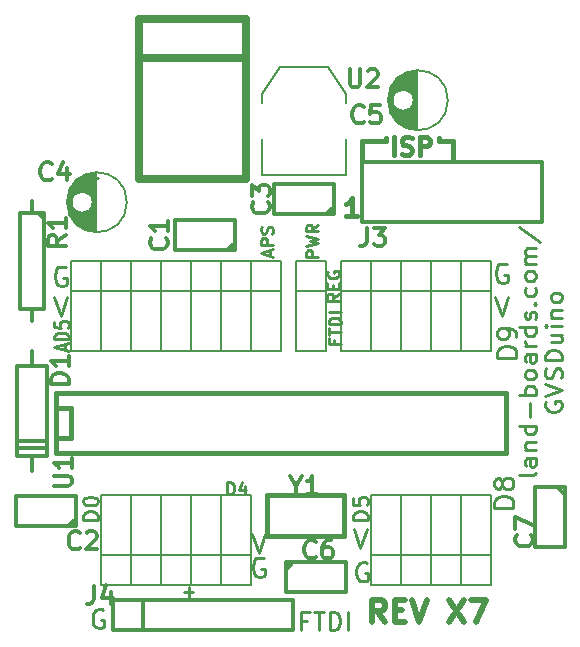
<source format=gto>
G04 #@! TF.FileFunction,Legend,Top*
%FSLAX46Y46*%
G04 Gerber Fmt 4.6, Leading zero omitted, Abs format (unit mm)*
G04 Created by KiCad (PCBNEW (after 2015-mar-04 BZR unknown)-product) date 11/22/2015 8:39:50 PM*
%MOMM*%
G01*
G04 APERTURE LIST*
%ADD10C,0.150000*%
%ADD11C,0.254000*%
%ADD12C,0.381000*%
%ADD13C,0.476250*%
%ADD14C,0.203200*%
%ADD15C,0.304800*%
%ADD16C,0.152400*%
%ADD17C,0.650000*%
G04 APERTURE END LIST*
D10*
D11*
X111157667Y-90121881D02*
X111708000Y-91772881D01*
X112258334Y-90121881D01*
X112140405Y-92232500D02*
X111983167Y-92153881D01*
X111747310Y-92153881D01*
X111511452Y-92232500D01*
X111354214Y-92389738D01*
X111275595Y-92546976D01*
X111196976Y-92861452D01*
X111196976Y-93097310D01*
X111275595Y-93411786D01*
X111354214Y-93569024D01*
X111511452Y-93726262D01*
X111747310Y-93804881D01*
X111904548Y-93804881D01*
X112140405Y-93726262D01*
X112219024Y-93647643D01*
X112219024Y-93097310D01*
X111904548Y-93097310D01*
X94393667Y-70055881D02*
X94944000Y-71706881D01*
X95494334Y-70055881D01*
X95376405Y-67594500D02*
X95219167Y-67515881D01*
X94983310Y-67515881D01*
X94747452Y-67594500D01*
X94590214Y-67751738D01*
X94511595Y-67908976D01*
X94432976Y-68223452D01*
X94432976Y-68459310D01*
X94511595Y-68773786D01*
X94590214Y-68931024D01*
X94747452Y-69088262D01*
X94983310Y-69166881D01*
X95140548Y-69166881D01*
X95376405Y-69088262D01*
X95455024Y-69009643D01*
X95455024Y-68459310D01*
X95140548Y-68459310D01*
X131731667Y-70055881D02*
X132282000Y-71706881D01*
X132832334Y-70055881D01*
X132714405Y-67340500D02*
X132557167Y-67261881D01*
X132321310Y-67261881D01*
X132085452Y-67340500D01*
X131928214Y-67497738D01*
X131849595Y-67654976D01*
X131770976Y-67969452D01*
X131770976Y-68205310D01*
X131849595Y-68519786D01*
X131928214Y-68677024D01*
X132085452Y-68834262D01*
X132321310Y-68912881D01*
X132478548Y-68912881D01*
X132714405Y-68834262D01*
X132793024Y-68755643D01*
X132793024Y-68205310D01*
X132478548Y-68205310D01*
X116748619Y-66721666D02*
X115732619Y-66721666D01*
X115732619Y-66334619D01*
X115781000Y-66237857D01*
X115829381Y-66189476D01*
X115926143Y-66141095D01*
X116071286Y-66141095D01*
X116168048Y-66189476D01*
X116216429Y-66237857D01*
X116264810Y-66334619D01*
X116264810Y-66721666D01*
X115732619Y-65802428D02*
X116748619Y-65560523D01*
X116022905Y-65367000D01*
X116748619Y-65173476D01*
X115732619Y-64931571D01*
X116748619Y-63963952D02*
X116264810Y-64302618D01*
X116748619Y-64544523D02*
X115732619Y-64544523D01*
X115732619Y-64157476D01*
X115781000Y-64060714D01*
X115829381Y-64012333D01*
X115926143Y-63963952D01*
X116071286Y-63963952D01*
X116168048Y-64012333D01*
X116216429Y-64060714D01*
X116264810Y-64157476D01*
X116264810Y-64544523D01*
D12*
X120017429Y-63267429D02*
X119146572Y-63267429D01*
X119582000Y-63267429D02*
X119582000Y-61743429D01*
X119436857Y-61961143D01*
X119291715Y-62106286D01*
X119146572Y-62178857D01*
X122503000Y-56736000D02*
X122503000Y-56672500D01*
X126948000Y-56926500D02*
X126948000Y-56609000D01*
X128154500Y-56926500D02*
X126948000Y-56926500D01*
X128154500Y-58577500D02*
X128154500Y-56926500D01*
X122503000Y-56926500D02*
X122503000Y-56799500D01*
X120471000Y-56926500D02*
X122503000Y-56926500D01*
X120471000Y-58577500D02*
X120471000Y-56926500D01*
D11*
X112639333Y-66605714D02*
X112639333Y-66121905D01*
X112929619Y-66702476D02*
X111913619Y-66363809D01*
X112929619Y-66025143D01*
X112929619Y-65686476D02*
X111913619Y-65686476D01*
X111913619Y-65299429D01*
X111962000Y-65202667D01*
X112010381Y-65154286D01*
X112107143Y-65105905D01*
X112252286Y-65105905D01*
X112349048Y-65154286D01*
X112397429Y-65202667D01*
X112445810Y-65299429D01*
X112445810Y-65686476D01*
X112881238Y-64718857D02*
X112929619Y-64573714D01*
X112929619Y-64331810D01*
X112881238Y-64235048D01*
X112832857Y-64186667D01*
X112736095Y-64138286D01*
X112639333Y-64138286D01*
X112542571Y-64186667D01*
X112494190Y-64235048D01*
X112445810Y-64331810D01*
X112397429Y-64525333D01*
X112349048Y-64622095D01*
X112300667Y-64670476D01*
X112203905Y-64718857D01*
X112107143Y-64718857D01*
X112010381Y-64670476D01*
X111962000Y-64622095D01*
X111913619Y-64525333D01*
X111913619Y-64283429D01*
X111962000Y-64138286D01*
D13*
X122405029Y-97628186D02*
X121770029Y-96721043D01*
X121316457Y-97628186D02*
X121316457Y-95723186D01*
X122042172Y-95723186D01*
X122223600Y-95813900D01*
X122314315Y-95904614D01*
X122405029Y-96086043D01*
X122405029Y-96358186D01*
X122314315Y-96539614D01*
X122223600Y-96630329D01*
X122042172Y-96721043D01*
X121316457Y-96721043D01*
X123221457Y-96630329D02*
X123856457Y-96630329D01*
X124128600Y-97628186D02*
X123221457Y-97628186D01*
X123221457Y-95723186D01*
X124128600Y-95723186D01*
X124672886Y-95723186D02*
X125307886Y-97628186D01*
X125942886Y-95723186D01*
X127847886Y-95723186D02*
X129117886Y-97628186D01*
X129117886Y-95723186D02*
X127847886Y-97628186D01*
X129662172Y-95723186D02*
X130932172Y-95723186D01*
X130115743Y-97628186D01*
D12*
X123174286Y-58060429D02*
X123174286Y-56536429D01*
X123827429Y-57987857D02*
X124045143Y-58060429D01*
X124408000Y-58060429D01*
X124553143Y-57987857D01*
X124625714Y-57915286D01*
X124698286Y-57770143D01*
X124698286Y-57625000D01*
X124625714Y-57479857D01*
X124553143Y-57407286D01*
X124408000Y-57334714D01*
X124117714Y-57262143D01*
X123972572Y-57189571D01*
X123900000Y-57117000D01*
X123827429Y-56971857D01*
X123827429Y-56826714D01*
X123900000Y-56681571D01*
X123972572Y-56609000D01*
X124117714Y-56536429D01*
X124480572Y-56536429D01*
X124698286Y-56609000D01*
X125351429Y-58060429D02*
X125351429Y-56536429D01*
X125932001Y-56536429D01*
X126077143Y-56609000D01*
X126149715Y-56681571D01*
X126222286Y-56826714D01*
X126222286Y-57044429D01*
X126149715Y-57189571D01*
X126077143Y-57262143D01*
X125932001Y-57334714D01*
X125351429Y-57334714D01*
D11*
X97350953Y-59983571D02*
X98125048Y-59983571D01*
X97738000Y-60370619D02*
X97738000Y-59596524D01*
X119749667Y-89695881D02*
X120300000Y-91346881D01*
X120850334Y-89695881D01*
X133282881Y-87926595D02*
X131631881Y-87926595D01*
X131631881Y-87533500D01*
X131710500Y-87297642D01*
X131867738Y-87140404D01*
X132024976Y-87061785D01*
X132339452Y-86983166D01*
X132575310Y-86983166D01*
X132889786Y-87061785D01*
X133047024Y-87140404D01*
X133204262Y-87297642D01*
X133282881Y-87533500D01*
X133282881Y-87926595D01*
X132339452Y-86039738D02*
X132260833Y-86196976D01*
X132182214Y-86275595D01*
X132024976Y-86354214D01*
X131946357Y-86354214D01*
X131789119Y-86275595D01*
X131710500Y-86196976D01*
X131631881Y-86039738D01*
X131631881Y-85725261D01*
X131710500Y-85568023D01*
X131789119Y-85489404D01*
X131946357Y-85410785D01*
X132024976Y-85410785D01*
X132182214Y-85489404D01*
X132260833Y-85568023D01*
X132339452Y-85725261D01*
X132339452Y-86039738D01*
X132418071Y-86196976D01*
X132496690Y-86275595D01*
X132653929Y-86354214D01*
X132968405Y-86354214D01*
X133125643Y-86275595D01*
X133204262Y-86196976D01*
X133282881Y-86039738D01*
X133282881Y-85725261D01*
X133204262Y-85568023D01*
X133125643Y-85489404D01*
X132968405Y-85410785D01*
X132653929Y-85410785D01*
X132496690Y-85489404D01*
X132418071Y-85568023D01*
X132339452Y-85725261D01*
X135174576Y-84966285D02*
X135108052Y-85111427D01*
X134975005Y-85183999D01*
X133777576Y-85183999D01*
X135174576Y-83732570D02*
X134442814Y-83732570D01*
X134309767Y-83805141D01*
X134243243Y-83950284D01*
X134243243Y-84240570D01*
X134309767Y-84385713D01*
X135108052Y-83732570D02*
X135174576Y-83877713D01*
X135174576Y-84240570D01*
X135108052Y-84385713D01*
X134975005Y-84458284D01*
X134841957Y-84458284D01*
X134708910Y-84385713D01*
X134642386Y-84240570D01*
X134642386Y-83877713D01*
X134575862Y-83732570D01*
X134243243Y-83006856D02*
X135174576Y-83006856D01*
X134376290Y-83006856D02*
X134309767Y-82934284D01*
X134243243Y-82789142D01*
X134243243Y-82571427D01*
X134309767Y-82426284D01*
X134442814Y-82353713D01*
X135174576Y-82353713D01*
X135174576Y-80974856D02*
X133777576Y-80974856D01*
X135108052Y-80974856D02*
X135174576Y-81119999D01*
X135174576Y-81410285D01*
X135108052Y-81555427D01*
X135041529Y-81627999D01*
X134908481Y-81700570D01*
X134509338Y-81700570D01*
X134376290Y-81627999D01*
X134309767Y-81555427D01*
X134243243Y-81410285D01*
X134243243Y-81119999D01*
X134309767Y-80974856D01*
X134642386Y-80249142D02*
X134642386Y-79087999D01*
X135174576Y-78362285D02*
X133777576Y-78362285D01*
X134309767Y-78362285D02*
X134243243Y-78217142D01*
X134243243Y-77926856D01*
X134309767Y-77781713D01*
X134376290Y-77709142D01*
X134509338Y-77636571D01*
X134908481Y-77636571D01*
X135041529Y-77709142D01*
X135108052Y-77781713D01*
X135174576Y-77926856D01*
X135174576Y-78217142D01*
X135108052Y-78362285D01*
X135174576Y-76765714D02*
X135108052Y-76910856D01*
X135041529Y-76983428D01*
X134908481Y-77055999D01*
X134509338Y-77055999D01*
X134376290Y-76983428D01*
X134309767Y-76910856D01*
X134243243Y-76765714D01*
X134243243Y-76547999D01*
X134309767Y-76402856D01*
X134376290Y-76330285D01*
X134509338Y-76257714D01*
X134908481Y-76257714D01*
X135041529Y-76330285D01*
X135108052Y-76402856D01*
X135174576Y-76547999D01*
X135174576Y-76765714D01*
X135174576Y-74951428D02*
X134442814Y-74951428D01*
X134309767Y-75023999D01*
X134243243Y-75169142D01*
X134243243Y-75459428D01*
X134309767Y-75604571D01*
X135108052Y-74951428D02*
X135174576Y-75096571D01*
X135174576Y-75459428D01*
X135108052Y-75604571D01*
X134975005Y-75677142D01*
X134841957Y-75677142D01*
X134708910Y-75604571D01*
X134642386Y-75459428D01*
X134642386Y-75096571D01*
X134575862Y-74951428D01*
X135174576Y-74225714D02*
X134243243Y-74225714D01*
X134509338Y-74225714D02*
X134376290Y-74153142D01*
X134309767Y-74080571D01*
X134243243Y-73935428D01*
X134243243Y-73790285D01*
X135174576Y-72629142D02*
X133777576Y-72629142D01*
X135108052Y-72629142D02*
X135174576Y-72774285D01*
X135174576Y-73064571D01*
X135108052Y-73209713D01*
X135041529Y-73282285D01*
X134908481Y-73354856D01*
X134509338Y-73354856D01*
X134376290Y-73282285D01*
X134309767Y-73209713D01*
X134243243Y-73064571D01*
X134243243Y-72774285D01*
X134309767Y-72629142D01*
X135108052Y-71975999D02*
X135174576Y-71830856D01*
X135174576Y-71540571D01*
X135108052Y-71395428D01*
X134975005Y-71322856D01*
X134908481Y-71322856D01*
X134775433Y-71395428D01*
X134708910Y-71540571D01*
X134708910Y-71758285D01*
X134642386Y-71903428D01*
X134509338Y-71975999D01*
X134442814Y-71975999D01*
X134309767Y-71903428D01*
X134243243Y-71758285D01*
X134243243Y-71540571D01*
X134309767Y-71395428D01*
X135041529Y-70669714D02*
X135108052Y-70597142D01*
X135174576Y-70669714D01*
X135108052Y-70742285D01*
X135041529Y-70669714D01*
X135174576Y-70669714D01*
X135108052Y-69290857D02*
X135174576Y-69436000D01*
X135174576Y-69726286D01*
X135108052Y-69871428D01*
X135041529Y-69944000D01*
X134908481Y-70016571D01*
X134509338Y-70016571D01*
X134376290Y-69944000D01*
X134309767Y-69871428D01*
X134243243Y-69726286D01*
X134243243Y-69436000D01*
X134309767Y-69290857D01*
X135174576Y-68420000D02*
X135108052Y-68565142D01*
X135041529Y-68637714D01*
X134908481Y-68710285D01*
X134509338Y-68710285D01*
X134376290Y-68637714D01*
X134309767Y-68565142D01*
X134243243Y-68420000D01*
X134243243Y-68202285D01*
X134309767Y-68057142D01*
X134376290Y-67984571D01*
X134509338Y-67912000D01*
X134908481Y-67912000D01*
X135041529Y-67984571D01*
X135108052Y-68057142D01*
X135174576Y-68202285D01*
X135174576Y-68420000D01*
X135174576Y-67258857D02*
X134243243Y-67258857D01*
X134376290Y-67258857D02*
X134309767Y-67186285D01*
X134243243Y-67041143D01*
X134243243Y-66823428D01*
X134309767Y-66678285D01*
X134442814Y-66605714D01*
X135174576Y-66605714D01*
X134442814Y-66605714D02*
X134309767Y-66533143D01*
X134243243Y-66388000D01*
X134243243Y-66170285D01*
X134309767Y-66025143D01*
X134442814Y-65952571D01*
X135174576Y-65952571D01*
X133711052Y-64138285D02*
X135507195Y-65444571D01*
X136053900Y-78942857D02*
X135987376Y-79088000D01*
X135987376Y-79305714D01*
X136053900Y-79523429D01*
X136186948Y-79668571D01*
X136319995Y-79741143D01*
X136586090Y-79813714D01*
X136785662Y-79813714D01*
X137051757Y-79741143D01*
X137184805Y-79668571D01*
X137317852Y-79523429D01*
X137384376Y-79305714D01*
X137384376Y-79160571D01*
X137317852Y-78942857D01*
X137251329Y-78870286D01*
X136785662Y-78870286D01*
X136785662Y-79160571D01*
X135987376Y-78434857D02*
X137384376Y-77926857D01*
X135987376Y-77418857D01*
X137317852Y-76983428D02*
X137384376Y-76765714D01*
X137384376Y-76402857D01*
X137317852Y-76257714D01*
X137251329Y-76185143D01*
X137118281Y-76112571D01*
X136985233Y-76112571D01*
X136852186Y-76185143D01*
X136785662Y-76257714D01*
X136719138Y-76402857D01*
X136652614Y-76693143D01*
X136586090Y-76838285D01*
X136519567Y-76910857D01*
X136386519Y-76983428D01*
X136253471Y-76983428D01*
X136120424Y-76910857D01*
X136053900Y-76838285D01*
X135987376Y-76693143D01*
X135987376Y-76330285D01*
X136053900Y-76112571D01*
X137384376Y-75459428D02*
X135987376Y-75459428D01*
X135987376Y-75096571D01*
X136053900Y-74878856D01*
X136186948Y-74733714D01*
X136319995Y-74661142D01*
X136586090Y-74588571D01*
X136785662Y-74588571D01*
X137051757Y-74661142D01*
X137184805Y-74733714D01*
X137317852Y-74878856D01*
X137384376Y-75096571D01*
X137384376Y-75459428D01*
X136453043Y-73282285D02*
X137384376Y-73282285D01*
X136453043Y-73935428D02*
X137184805Y-73935428D01*
X137317852Y-73862856D01*
X137384376Y-73717714D01*
X137384376Y-73499999D01*
X137317852Y-73354856D01*
X137251329Y-73282285D01*
X137384376Y-72556571D02*
X136453043Y-72556571D01*
X135987376Y-72556571D02*
X136053900Y-72629142D01*
X136120424Y-72556571D01*
X136053900Y-72483999D01*
X135987376Y-72556571D01*
X136120424Y-72556571D01*
X136453043Y-71830857D02*
X137384376Y-71830857D01*
X136586090Y-71830857D02*
X136519567Y-71758285D01*
X136453043Y-71613143D01*
X136453043Y-71395428D01*
X136519567Y-71250285D01*
X136652614Y-71177714D01*
X137384376Y-71177714D01*
X137384376Y-70234286D02*
X137317852Y-70379428D01*
X137251329Y-70452000D01*
X137118281Y-70524571D01*
X136719138Y-70524571D01*
X136586090Y-70452000D01*
X136519567Y-70379428D01*
X136453043Y-70234286D01*
X136453043Y-70016571D01*
X136519567Y-69871428D01*
X136586090Y-69798857D01*
X136719138Y-69726286D01*
X137118281Y-69726286D01*
X137251329Y-69798857D01*
X137317852Y-69871428D01*
X137384376Y-70016571D01*
X137384376Y-70234286D01*
X118121429Y-73724810D02*
X118121429Y-74063476D01*
X118653619Y-74063476D02*
X117637619Y-74063476D01*
X117637619Y-73579667D01*
X117637619Y-73337762D02*
X117637619Y-72757191D01*
X118653619Y-73047476D02*
X117637619Y-73047476D01*
X118653619Y-72418524D02*
X117637619Y-72418524D01*
X117637619Y-72176619D01*
X117686000Y-72031477D01*
X117782762Y-71934715D01*
X117879524Y-71886334D01*
X118073048Y-71837953D01*
X118218190Y-71837953D01*
X118411714Y-71886334D01*
X118508476Y-71934715D01*
X118605238Y-72031477D01*
X118653619Y-72176619D01*
X118653619Y-72418524D01*
X118653619Y-71402524D02*
X117637619Y-71402524D01*
X118526619Y-69830143D02*
X118042810Y-70168809D01*
X118526619Y-70410714D02*
X117510619Y-70410714D01*
X117510619Y-70023667D01*
X117559000Y-69926905D01*
X117607381Y-69878524D01*
X117704143Y-69830143D01*
X117849286Y-69830143D01*
X117946048Y-69878524D01*
X117994429Y-69926905D01*
X118042810Y-70023667D01*
X118042810Y-70410714D01*
X117994429Y-69394714D02*
X117994429Y-69056048D01*
X118526619Y-68910905D02*
X118526619Y-69394714D01*
X117510619Y-69394714D01*
X117510619Y-68910905D01*
X117559000Y-67943286D02*
X117510619Y-68040048D01*
X117510619Y-68185191D01*
X117559000Y-68330333D01*
X117655762Y-68427095D01*
X117752524Y-68475476D01*
X117946048Y-68523857D01*
X118091190Y-68523857D01*
X118284714Y-68475476D01*
X118381476Y-68427095D01*
X118478238Y-68330333D01*
X118526619Y-68185191D01*
X118526619Y-68088429D01*
X118478238Y-67943286D01*
X118429857Y-67894905D01*
X118091190Y-67894905D01*
X118091190Y-68088429D01*
X109062096Y-86781619D02*
X109062096Y-85765619D01*
X109304001Y-85765619D01*
X109449143Y-85814000D01*
X109545905Y-85910762D01*
X109594286Y-86007524D01*
X109642667Y-86201048D01*
X109642667Y-86346190D01*
X109594286Y-86539714D01*
X109545905Y-86636476D01*
X109449143Y-86733238D01*
X109304001Y-86781619D01*
X109062096Y-86781619D01*
X110513524Y-86104286D02*
X110513524Y-86781619D01*
X110271620Y-85717238D02*
X110029715Y-86442952D01*
X110658667Y-86442952D01*
X98563448Y-96626800D02*
X98411067Y-96550610D01*
X98182495Y-96550610D01*
X97953924Y-96626800D01*
X97801543Y-96779181D01*
X97725352Y-96931562D01*
X97649162Y-97236324D01*
X97649162Y-97464895D01*
X97725352Y-97769657D01*
X97801543Y-97922038D01*
X97953924Y-98074419D01*
X98182495Y-98150610D01*
X98334876Y-98150610D01*
X98563448Y-98074419D01*
X98639638Y-97998229D01*
X98639638Y-97464895D01*
X98334876Y-97464895D01*
X120970524Y-88948381D02*
X119700524Y-88948381D01*
X119700524Y-88646000D01*
X119761000Y-88464572D01*
X119881952Y-88343619D01*
X120002905Y-88283143D01*
X120244810Y-88222667D01*
X120426238Y-88222667D01*
X120668143Y-88283143D01*
X120789095Y-88343619D01*
X120910048Y-88464572D01*
X120970524Y-88646000D01*
X120970524Y-88948381D01*
X119700524Y-87073619D02*
X119700524Y-87678381D01*
X120305286Y-87738857D01*
X120244810Y-87678381D01*
X120184333Y-87557429D01*
X120184333Y-87255048D01*
X120244810Y-87134095D01*
X120305286Y-87073619D01*
X120426238Y-87013143D01*
X120728619Y-87013143D01*
X120849571Y-87073619D01*
X120910048Y-87134095D01*
X120970524Y-87255048D01*
X120970524Y-87557429D01*
X120910048Y-87678381D01*
X120849571Y-87738857D01*
X105412953Y-95072571D02*
X106187048Y-95072571D01*
X105800000Y-95459619D02*
X105800000Y-94685524D01*
X120912405Y-92608500D02*
X120755167Y-92529881D01*
X120519310Y-92529881D01*
X120283452Y-92608500D01*
X120126214Y-92765738D01*
X120047595Y-92922976D01*
X119968976Y-93237452D01*
X119968976Y-93473310D01*
X120047595Y-93787786D01*
X120126214Y-93945024D01*
X120283452Y-94102262D01*
X120519310Y-94180881D01*
X120676548Y-94180881D01*
X120912405Y-94102262D01*
X120991024Y-94023643D01*
X120991024Y-93473310D01*
X120676548Y-93473310D01*
X98110524Y-88948381D02*
X96840524Y-88948381D01*
X96840524Y-88646000D01*
X96901000Y-88464572D01*
X97021952Y-88343619D01*
X97142905Y-88283143D01*
X97384810Y-88222667D01*
X97566238Y-88222667D01*
X97808143Y-88283143D01*
X97929095Y-88343619D01*
X98050048Y-88464572D01*
X98110524Y-88646000D01*
X98110524Y-88948381D01*
X96840524Y-87436476D02*
X96840524Y-87315524D01*
X96901000Y-87194572D01*
X96961476Y-87134095D01*
X97082429Y-87073619D01*
X97324333Y-87013143D01*
X97626714Y-87013143D01*
X97868619Y-87073619D01*
X97989571Y-87134095D01*
X98050048Y-87194572D01*
X98110524Y-87315524D01*
X98110524Y-87436476D01*
X98050048Y-87557429D01*
X97989571Y-87617905D01*
X97868619Y-87678381D01*
X97626714Y-87738857D01*
X97324333Y-87738857D01*
X97082429Y-87678381D01*
X96961476Y-87617905D01*
X96901000Y-87557429D01*
X96840524Y-87436476D01*
X133536881Y-75226595D02*
X131885881Y-75226595D01*
X131885881Y-74833500D01*
X131964500Y-74597642D01*
X132121738Y-74440404D01*
X132278976Y-74361785D01*
X132593452Y-74283166D01*
X132829310Y-74283166D01*
X133143786Y-74361785D01*
X133301024Y-74440404D01*
X133458262Y-74597642D01*
X133536881Y-74833500D01*
X133536881Y-75226595D01*
X133536881Y-73496976D02*
X133536881Y-73182500D01*
X133458262Y-73025261D01*
X133379643Y-72946642D01*
X133143786Y-72789404D01*
X132829310Y-72710785D01*
X132200357Y-72710785D01*
X132043119Y-72789404D01*
X131964500Y-72868023D01*
X131885881Y-73025261D01*
X131885881Y-73339738D01*
X131964500Y-73496976D01*
X132043119Y-73575595D01*
X132200357Y-73654214D01*
X132593452Y-73654214D01*
X132750690Y-73575595D01*
X132829310Y-73496976D01*
X132907929Y-73339738D01*
X132907929Y-73025261D01*
X132829310Y-72868023D01*
X132750690Y-72789404D01*
X132593452Y-72710785D01*
X95291667Y-74601714D02*
X95291667Y-74117905D01*
X95654524Y-74698476D02*
X94384524Y-74359809D01*
X95654524Y-74021143D01*
X95654524Y-73682476D02*
X94384524Y-73682476D01*
X94384524Y-73440571D01*
X94445000Y-73295429D01*
X94565952Y-73198667D01*
X94686905Y-73150286D01*
X94928810Y-73101905D01*
X95110238Y-73101905D01*
X95352143Y-73150286D01*
X95473095Y-73198667D01*
X95594048Y-73295429D01*
X95654524Y-73440571D01*
X95654524Y-73682476D01*
X94384524Y-72182667D02*
X94384524Y-72666476D01*
X94989286Y-72714857D01*
X94928810Y-72666476D01*
X94868333Y-72569714D01*
X94868333Y-72327810D01*
X94928810Y-72231048D01*
X94989286Y-72182667D01*
X95110238Y-72134286D01*
X95412619Y-72134286D01*
X95533571Y-72182667D01*
X95594048Y-72231048D01*
X95654524Y-72327810D01*
X95654524Y-72569714D01*
X95594048Y-72666476D01*
X95533571Y-72714857D01*
X115831715Y-97497457D02*
X115331715Y-97497457D01*
X115331715Y-98283171D02*
X115331715Y-96783171D01*
X116046001Y-96783171D01*
X116403143Y-96783171D02*
X117260286Y-96783171D01*
X116831715Y-98283171D02*
X116831715Y-96783171D01*
X117760286Y-98283171D02*
X117760286Y-96783171D01*
X118117429Y-96783171D01*
X118331714Y-96854600D01*
X118474572Y-96997457D01*
X118546000Y-97140314D01*
X118617429Y-97426029D01*
X118617429Y-97640314D01*
X118546000Y-97926029D01*
X118474572Y-98068886D01*
X118331714Y-98211743D01*
X118117429Y-98283171D01*
X117760286Y-98283171D01*
X119260286Y-98283171D02*
X119260286Y-96783171D01*
D14*
X111962000Y-56736000D02*
X111962000Y-59784000D01*
X111962000Y-59784000D02*
X119074000Y-59784000D01*
X119074000Y-59784000D02*
X119074000Y-56736000D01*
X111962000Y-53688000D02*
X111962000Y-52926000D01*
X111962000Y-52926000D02*
X113486000Y-50640000D01*
X113486000Y-50640000D02*
X117550000Y-50640000D01*
X117550000Y-50640000D02*
X119074000Y-52926000D01*
X119074000Y-52926000D02*
X119074000Y-53688000D01*
D15*
X118007200Y-63086000D02*
X112978000Y-63086000D01*
X112978000Y-63086000D02*
X112978000Y-60546000D01*
X112978000Y-60546000D02*
X118058000Y-60546000D01*
X118058000Y-60546000D02*
X118058000Y-63086000D01*
X118058000Y-62451000D02*
X117423000Y-63086000D01*
X96163200Y-89502000D02*
X91134000Y-89502000D01*
X91134000Y-89502000D02*
X91134000Y-86962000D01*
X91134000Y-86962000D02*
X96214000Y-86962000D01*
X96214000Y-86962000D02*
X96214000Y-89502000D01*
X96214000Y-88867000D02*
X95579000Y-89502000D01*
X109625200Y-66134000D02*
X104596000Y-66134000D01*
X104596000Y-66134000D02*
X104596000Y-63594000D01*
X104596000Y-63594000D02*
X109676000Y-63594000D01*
X109676000Y-63594000D02*
X109676000Y-66134000D01*
X109676000Y-65499000D02*
X109041000Y-66134000D01*
D12*
X94572000Y-78194000D02*
X132672000Y-78194000D01*
X132672000Y-78194000D02*
X132672000Y-83274000D01*
X132672000Y-83274000D02*
X94572000Y-83274000D01*
X94572000Y-83274000D02*
X94572000Y-78194000D01*
X94572000Y-79464000D02*
X95842000Y-79464000D01*
X95842000Y-79464000D02*
X95842000Y-82004000D01*
X95842000Y-82004000D02*
X94572000Y-82004000D01*
D15*
X99380000Y-98270000D02*
X99380000Y-95730000D01*
X99380000Y-95730000D02*
X114620000Y-95730000D01*
X114620000Y-95730000D02*
X114620000Y-98270000D01*
X114620000Y-98270000D02*
X99380000Y-98270000D01*
X101920000Y-98270000D02*
X101920000Y-95730000D01*
D16*
X111082000Y-94450000D02*
X108542000Y-94450000D01*
X108542000Y-94450000D02*
X108542000Y-86830000D01*
X108542000Y-86830000D02*
X111082000Y-86830000D01*
X111082000Y-86830000D02*
X111082000Y-94450000D01*
X108542000Y-91910000D02*
X111082000Y-91910000D01*
X118702000Y-67018000D02*
X121242000Y-67018000D01*
X121242000Y-67018000D02*
X121242000Y-74638000D01*
X121242000Y-74638000D02*
X118702000Y-74638000D01*
X118702000Y-74638000D02*
X118702000Y-67018000D01*
X121242000Y-69558000D02*
X118702000Y-69558000D01*
X121242000Y-67018000D02*
X123782000Y-67018000D01*
X123782000Y-67018000D02*
X123782000Y-74638000D01*
X123782000Y-74638000D02*
X121242000Y-74638000D01*
X121242000Y-74638000D02*
X121242000Y-67018000D01*
X123782000Y-69558000D02*
X121242000Y-69558000D01*
X123782000Y-67018000D02*
X126322000Y-67018000D01*
X126322000Y-67018000D02*
X126322000Y-74638000D01*
X126322000Y-74638000D02*
X123782000Y-74638000D01*
X123782000Y-74638000D02*
X123782000Y-67018000D01*
X126322000Y-69558000D02*
X123782000Y-69558000D01*
X126322000Y-67018000D02*
X128862000Y-67018000D01*
X128862000Y-67018000D02*
X128862000Y-74638000D01*
X128862000Y-74638000D02*
X126322000Y-74638000D01*
X126322000Y-74638000D02*
X126322000Y-67018000D01*
X128862000Y-69558000D02*
X126322000Y-69558000D01*
X128862000Y-67018000D02*
X131402000Y-67018000D01*
X131402000Y-67018000D02*
X131402000Y-74638000D01*
X131402000Y-74638000D02*
X128862000Y-74638000D01*
X128862000Y-74638000D02*
X128862000Y-67018000D01*
X131402000Y-69558000D02*
X128862000Y-69558000D01*
X131402000Y-94450000D02*
X128862000Y-94450000D01*
X128862000Y-94450000D02*
X128862000Y-86830000D01*
X128862000Y-86830000D02*
X131402000Y-86830000D01*
X131402000Y-86830000D02*
X131402000Y-94450000D01*
X128862000Y-91910000D02*
X131402000Y-91910000D01*
X128862000Y-94450000D02*
X126322000Y-94450000D01*
X126322000Y-94450000D02*
X126322000Y-86830000D01*
X126322000Y-86830000D02*
X128862000Y-86830000D01*
X128862000Y-86830000D02*
X128862000Y-94450000D01*
X126322000Y-91910000D02*
X128862000Y-91910000D01*
X126322000Y-94450000D02*
X123782000Y-94450000D01*
X123782000Y-94450000D02*
X123782000Y-86830000D01*
X123782000Y-86830000D02*
X126322000Y-86830000D01*
X126322000Y-86830000D02*
X126322000Y-94450000D01*
X123782000Y-91910000D02*
X126322000Y-91910000D01*
X123782000Y-94450000D02*
X121242000Y-94450000D01*
X121242000Y-94450000D02*
X121242000Y-86830000D01*
X121242000Y-86830000D02*
X123782000Y-86830000D01*
X123782000Y-86830000D02*
X123782000Y-94450000D01*
X121242000Y-91910000D02*
X123782000Y-91910000D01*
X108542000Y-67018000D02*
X111082000Y-67018000D01*
X111082000Y-67018000D02*
X111082000Y-74638000D01*
X111082000Y-74638000D02*
X108542000Y-74638000D01*
X108542000Y-74638000D02*
X108542000Y-67018000D01*
X111082000Y-69558000D02*
X108542000Y-69558000D01*
X108542000Y-94450000D02*
X106002000Y-94450000D01*
X106002000Y-94450000D02*
X106002000Y-86830000D01*
X106002000Y-86830000D02*
X108542000Y-86830000D01*
X108542000Y-86830000D02*
X108542000Y-94450000D01*
X106002000Y-91910000D02*
X108542000Y-91910000D01*
X106002000Y-94450000D02*
X103462000Y-94450000D01*
X103462000Y-94450000D02*
X103462000Y-86830000D01*
X103462000Y-86830000D02*
X106002000Y-86830000D01*
X106002000Y-86830000D02*
X106002000Y-94450000D01*
X103462000Y-91910000D02*
X106002000Y-91910000D01*
X103462000Y-94450000D02*
X100922000Y-94450000D01*
X100922000Y-94450000D02*
X100922000Y-86830000D01*
X100922000Y-86830000D02*
X103462000Y-86830000D01*
X103462000Y-86830000D02*
X103462000Y-94450000D01*
X100922000Y-91910000D02*
X103462000Y-91910000D01*
X100922000Y-94450000D02*
X98382000Y-94450000D01*
X98382000Y-94450000D02*
X98382000Y-86830000D01*
X98382000Y-86830000D02*
X100922000Y-86830000D01*
X100922000Y-86830000D02*
X100922000Y-94450000D01*
X98382000Y-91910000D02*
X100922000Y-91910000D01*
X95842000Y-67018000D02*
X98382000Y-67018000D01*
X98382000Y-67018000D02*
X98382000Y-74638000D01*
X98382000Y-74638000D02*
X95842000Y-74638000D01*
X95842000Y-74638000D02*
X95842000Y-67018000D01*
X98382000Y-69558000D02*
X95842000Y-69558000D01*
X98382000Y-67018000D02*
X100922000Y-67018000D01*
X100922000Y-67018000D02*
X100922000Y-74638000D01*
X100922000Y-74638000D02*
X98382000Y-74638000D01*
X98382000Y-74638000D02*
X98382000Y-67018000D01*
X100922000Y-69558000D02*
X98382000Y-69558000D01*
X100922000Y-67018000D02*
X103462000Y-67018000D01*
X103462000Y-67018000D02*
X103462000Y-74638000D01*
X103462000Y-74638000D02*
X100922000Y-74638000D01*
X100922000Y-74638000D02*
X100922000Y-67018000D01*
X103462000Y-69558000D02*
X100922000Y-69558000D01*
X103462000Y-67018000D02*
X106002000Y-67018000D01*
X106002000Y-67018000D02*
X106002000Y-74638000D01*
X106002000Y-74638000D02*
X103462000Y-74638000D01*
X103462000Y-74638000D02*
X103462000Y-67018000D01*
X106002000Y-69558000D02*
X103462000Y-69558000D01*
X106002000Y-67018000D02*
X108542000Y-67018000D01*
X108542000Y-67018000D02*
X108542000Y-74638000D01*
X108542000Y-74638000D02*
X106002000Y-74638000D01*
X106002000Y-74638000D02*
X106002000Y-67018000D01*
X108542000Y-69558000D02*
X106002000Y-69558000D01*
D15*
X93810000Y-75908000D02*
X93810000Y-83528000D01*
X93810000Y-83528000D02*
X91270000Y-83528000D01*
X91270000Y-83528000D02*
X91270000Y-75908000D01*
X91270000Y-75908000D02*
X93810000Y-75908000D01*
X93810000Y-82893000D02*
X91270000Y-82893000D01*
X91270000Y-82258000D02*
X93810000Y-82258000D01*
X92540000Y-75908000D02*
X92540000Y-74638000D01*
X92540000Y-83528000D02*
X92540000Y-84798000D01*
X92540000Y-61938000D02*
X92540000Y-62954000D01*
X92540000Y-62954000D02*
X93556000Y-62954000D01*
X93556000Y-62954000D02*
X93556000Y-71082000D01*
X93556000Y-71082000D02*
X91524000Y-71082000D01*
X91524000Y-71082000D02*
X91524000Y-62954000D01*
X91524000Y-62954000D02*
X92540000Y-62954000D01*
X93048000Y-62954000D02*
X93556000Y-63462000D01*
X92540000Y-72098000D02*
X92540000Y-71082000D01*
D16*
X111082000Y-67018000D02*
X113622000Y-67018000D01*
X113622000Y-67018000D02*
X113622000Y-74638000D01*
X113622000Y-74638000D02*
X111082000Y-74638000D01*
X111082000Y-74638000D02*
X111082000Y-67018000D01*
X113622000Y-69558000D02*
X111082000Y-69558000D01*
X114892000Y-67018000D02*
X117432000Y-67018000D01*
X117432000Y-67018000D02*
X117432000Y-74638000D01*
X117432000Y-74638000D02*
X114892000Y-74638000D01*
X114892000Y-74638000D02*
X114892000Y-67018000D01*
X117432000Y-69558000D02*
X114892000Y-69558000D01*
D12*
X112402800Y-86857940D02*
X118905200Y-86857940D01*
X118905200Y-86857940D02*
X118905200Y-90358060D01*
X118905200Y-90358060D02*
X112402800Y-90358060D01*
X112402800Y-90358060D02*
X112402800Y-86857940D01*
D15*
X120480000Y-58636000D02*
X135720000Y-58636000D01*
X135720000Y-58636000D02*
X135720000Y-63716000D01*
X135720000Y-63716000D02*
X120480000Y-63716000D01*
X120480000Y-63716000D02*
X120480000Y-58636000D01*
X114044800Y-92550000D02*
X119074000Y-92550000D01*
X119074000Y-92550000D02*
X119074000Y-95090000D01*
X119074000Y-95090000D02*
X113994000Y-95090000D01*
X113994000Y-95090000D02*
X113994000Y-92550000D01*
X113994000Y-93185000D02*
X114629000Y-92550000D01*
X137616000Y-86250800D02*
X137616000Y-91280000D01*
X137616000Y-91280000D02*
X135076000Y-91280000D01*
X135076000Y-91280000D02*
X135076000Y-86200000D01*
X135076000Y-86200000D02*
X137616000Y-86200000D01*
X136981000Y-86200000D02*
X137616000Y-86835000D01*
D10*
X97937000Y-64569000D02*
X97937000Y-59571000D01*
X97797000Y-64561000D02*
X97797000Y-59579000D01*
X97657000Y-64545000D02*
X97657000Y-62165000D01*
X97657000Y-61975000D02*
X97657000Y-59595000D01*
X97517000Y-64521000D02*
X97517000Y-62560000D01*
X97517000Y-61580000D02*
X97517000Y-59619000D01*
X97377000Y-64488000D02*
X97377000Y-62727000D01*
X97377000Y-61413000D02*
X97377000Y-59652000D01*
X97237000Y-64447000D02*
X97237000Y-62834000D01*
X97237000Y-61306000D02*
X97237000Y-59693000D01*
X97097000Y-64397000D02*
X97097000Y-62905000D01*
X97097000Y-61235000D02*
X97097000Y-59743000D01*
X96957000Y-64336000D02*
X96957000Y-62949000D01*
X96957000Y-61191000D02*
X96957000Y-59804000D01*
X96817000Y-64266000D02*
X96817000Y-62968000D01*
X96817000Y-61172000D02*
X96817000Y-59874000D01*
X96677000Y-64184000D02*
X96677000Y-62966000D01*
X96677000Y-61174000D02*
X96677000Y-59956000D01*
X96537000Y-64089000D02*
X96537000Y-62941000D01*
X96537000Y-61199000D02*
X96537000Y-60051000D01*
X96397000Y-63978000D02*
X96397000Y-62893000D01*
X96397000Y-61247000D02*
X96397000Y-60162000D01*
X96257000Y-63850000D02*
X96257000Y-62815000D01*
X96257000Y-61325000D02*
X96257000Y-60290000D01*
X96117000Y-63701000D02*
X96117000Y-62698000D01*
X96117000Y-61442000D02*
X96117000Y-60439000D01*
X95977000Y-63522000D02*
X95977000Y-62510000D01*
X95977000Y-61630000D02*
X95977000Y-60618000D01*
X95837000Y-63303000D02*
X95837000Y-60837000D01*
X95697000Y-63014000D02*
X95697000Y-61126000D01*
X95557000Y-62542000D02*
X95557000Y-61598000D01*
X97662000Y-62070000D02*
G75*
G03X97662000Y-62070000I-900000J0D01*
G01*
X100549500Y-62070000D02*
G75*
G03X100549500Y-62070000I-2537500J0D01*
G01*
X125115000Y-55933000D02*
X125115000Y-50935000D01*
X124975000Y-55925000D02*
X124975000Y-50943000D01*
X124835000Y-55909000D02*
X124835000Y-53529000D01*
X124835000Y-53339000D02*
X124835000Y-50959000D01*
X124695000Y-55885000D02*
X124695000Y-53924000D01*
X124695000Y-52944000D02*
X124695000Y-50983000D01*
X124555000Y-55852000D02*
X124555000Y-54091000D01*
X124555000Y-52777000D02*
X124555000Y-51016000D01*
X124415000Y-55811000D02*
X124415000Y-54198000D01*
X124415000Y-52670000D02*
X124415000Y-51057000D01*
X124275000Y-55761000D02*
X124275000Y-54269000D01*
X124275000Y-52599000D02*
X124275000Y-51107000D01*
X124135000Y-55700000D02*
X124135000Y-54313000D01*
X124135000Y-52555000D02*
X124135000Y-51168000D01*
X123995000Y-55630000D02*
X123995000Y-54332000D01*
X123995000Y-52536000D02*
X123995000Y-51238000D01*
X123855000Y-55548000D02*
X123855000Y-54330000D01*
X123855000Y-52538000D02*
X123855000Y-51320000D01*
X123715000Y-55453000D02*
X123715000Y-54305000D01*
X123715000Y-52563000D02*
X123715000Y-51415000D01*
X123575000Y-55342000D02*
X123575000Y-54257000D01*
X123575000Y-52611000D02*
X123575000Y-51526000D01*
X123435000Y-55214000D02*
X123435000Y-54179000D01*
X123435000Y-52689000D02*
X123435000Y-51654000D01*
X123295000Y-55065000D02*
X123295000Y-54062000D01*
X123295000Y-52806000D02*
X123295000Y-51803000D01*
X123155000Y-54886000D02*
X123155000Y-53874000D01*
X123155000Y-52994000D02*
X123155000Y-51982000D01*
X123015000Y-54667000D02*
X123015000Y-52201000D01*
X122875000Y-54378000D02*
X122875000Y-52490000D01*
X122735000Y-53906000D02*
X122735000Y-52962000D01*
X124840000Y-53434000D02*
G75*
G03X124840000Y-53434000I-900000J0D01*
G01*
X127727500Y-53434000D02*
G75*
G03X127727500Y-53434000I-2537500J0D01*
G01*
D17*
X101620000Y-49869000D02*
X110620000Y-49869000D01*
X110620000Y-46569000D02*
X101620000Y-46569000D01*
X110620000Y-46569000D02*
X110620000Y-60069000D01*
X110620000Y-60069000D02*
X101620000Y-60069000D01*
X101620000Y-46569000D02*
X101620000Y-60069000D01*
D15*
X119436857Y-50821429D02*
X119436857Y-52055143D01*
X119509429Y-52200286D01*
X119582000Y-52272857D01*
X119727143Y-52345429D01*
X120017429Y-52345429D01*
X120162571Y-52272857D01*
X120235143Y-52200286D01*
X120307714Y-52055143D01*
X120307714Y-50821429D01*
X120960857Y-50966571D02*
X121033428Y-50894000D01*
X121178571Y-50821429D01*
X121541428Y-50821429D01*
X121686571Y-50894000D01*
X121759142Y-50966571D01*
X121831714Y-51111714D01*
X121831714Y-51256857D01*
X121759142Y-51474571D01*
X120888285Y-52345429D01*
X121831714Y-52345429D01*
X112506286Y-62070000D02*
X112578857Y-62142571D01*
X112651429Y-62360285D01*
X112651429Y-62505428D01*
X112578857Y-62723143D01*
X112433714Y-62868285D01*
X112288571Y-62940857D01*
X111998286Y-63013428D01*
X111780571Y-63013428D01*
X111490286Y-62940857D01*
X111345143Y-62868285D01*
X111200000Y-62723143D01*
X111127429Y-62505428D01*
X111127429Y-62360285D01*
X111200000Y-62142571D01*
X111272571Y-62070000D01*
X111127429Y-61562000D02*
X111127429Y-60618571D01*
X111708000Y-61126571D01*
X111708000Y-60908857D01*
X111780571Y-60763714D01*
X111853143Y-60691143D01*
X111998286Y-60618571D01*
X112361143Y-60618571D01*
X112506286Y-60691143D01*
X112578857Y-60763714D01*
X112651429Y-60908857D01*
X112651429Y-61344285D01*
X112578857Y-61489428D01*
X112506286Y-61562000D01*
X96564000Y-91318286D02*
X96491429Y-91390857D01*
X96273715Y-91463429D01*
X96128572Y-91463429D01*
X95910857Y-91390857D01*
X95765715Y-91245714D01*
X95693143Y-91100571D01*
X95620572Y-90810286D01*
X95620572Y-90592571D01*
X95693143Y-90302286D01*
X95765715Y-90157143D01*
X95910857Y-90012000D01*
X96128572Y-89939429D01*
X96273715Y-89939429D01*
X96491429Y-90012000D01*
X96564000Y-90084571D01*
X97144572Y-90084571D02*
X97217143Y-90012000D01*
X97362286Y-89939429D01*
X97725143Y-89939429D01*
X97870286Y-90012000D01*
X97942857Y-90084571D01*
X98015429Y-90229714D01*
X98015429Y-90374857D01*
X97942857Y-90592571D01*
X97072000Y-91463429D01*
X98015429Y-91463429D01*
X103870286Y-65118000D02*
X103942857Y-65190571D01*
X104015429Y-65408285D01*
X104015429Y-65553428D01*
X103942857Y-65771143D01*
X103797714Y-65916285D01*
X103652571Y-65988857D01*
X103362286Y-66061428D01*
X103144571Y-66061428D01*
X102854286Y-65988857D01*
X102709143Y-65916285D01*
X102564000Y-65771143D01*
X102491429Y-65553428D01*
X102491429Y-65408285D01*
X102564000Y-65190571D01*
X102636571Y-65118000D01*
X104015429Y-63666571D02*
X104015429Y-64537428D01*
X104015429Y-64102000D02*
X102491429Y-64102000D01*
X102709143Y-64247143D01*
X102854286Y-64392285D01*
X102926857Y-64537428D01*
X94363429Y-86091143D02*
X95597143Y-86091143D01*
X95742286Y-86018571D01*
X95814857Y-85946000D01*
X95887429Y-85800857D01*
X95887429Y-85510571D01*
X95814857Y-85365429D01*
X95742286Y-85292857D01*
X95597143Y-85220286D01*
X94363429Y-85220286D01*
X95887429Y-83696286D02*
X95887429Y-84567143D01*
X95887429Y-84131715D02*
X94363429Y-84131715D01*
X94581143Y-84276858D01*
X94726286Y-84422000D01*
X94798857Y-84567143D01*
X97792000Y-94565429D02*
X97792000Y-95654000D01*
X97719428Y-95871714D01*
X97574285Y-96016857D01*
X97356571Y-96089429D01*
X97211428Y-96089429D01*
X99170857Y-95073429D02*
X99170857Y-96089429D01*
X98808000Y-94492857D02*
X98445143Y-95581429D01*
X99388571Y-95581429D01*
X95633429Y-77418857D02*
X94109429Y-77418857D01*
X94109429Y-77056000D01*
X94182000Y-76838285D01*
X94327143Y-76693143D01*
X94472286Y-76620571D01*
X94762571Y-76548000D01*
X94980286Y-76548000D01*
X95270571Y-76620571D01*
X95415714Y-76693143D01*
X95560857Y-76838285D01*
X95633429Y-77056000D01*
X95633429Y-77418857D01*
X95633429Y-75096571D02*
X95633429Y-75967428D01*
X95633429Y-75532000D02*
X94109429Y-75532000D01*
X94327143Y-75677143D01*
X94472286Y-75822285D01*
X94544857Y-75967428D01*
X95379429Y-64864000D02*
X94653714Y-65372000D01*
X95379429Y-65734857D02*
X93855429Y-65734857D01*
X93855429Y-65154285D01*
X93928000Y-65009143D01*
X94000571Y-64936571D01*
X94145714Y-64864000D01*
X94363429Y-64864000D01*
X94508571Y-64936571D01*
X94581143Y-65009143D01*
X94653714Y-65154285D01*
X94653714Y-65734857D01*
X95379429Y-63412571D02*
X95379429Y-64283428D01*
X95379429Y-63848000D02*
X93855429Y-63848000D01*
X94073143Y-63993143D01*
X94218286Y-64138285D01*
X94290857Y-64283428D01*
X114877486Y-86072354D02*
X114877486Y-86798069D01*
X114369486Y-85274069D02*
X114877486Y-86072354D01*
X115385486Y-85274069D01*
X116691772Y-86798069D02*
X115820915Y-86798069D01*
X116256343Y-86798069D02*
X116256343Y-85274069D01*
X116111200Y-85491783D01*
X115966058Y-85636926D01*
X115820915Y-85709497D01*
X120892000Y-64265429D02*
X120892000Y-65354000D01*
X120819428Y-65571714D01*
X120674285Y-65716857D01*
X120456571Y-65789429D01*
X120311428Y-65789429D01*
X121472571Y-64265429D02*
X122416000Y-64265429D01*
X121908000Y-64846000D01*
X122125714Y-64846000D01*
X122270857Y-64918571D01*
X122343428Y-64991143D01*
X122416000Y-65136286D01*
X122416000Y-65499143D01*
X122343428Y-65644286D01*
X122270857Y-65716857D01*
X122125714Y-65789429D01*
X121690286Y-65789429D01*
X121545143Y-65716857D01*
X121472571Y-65644286D01*
X116534000Y-92078286D02*
X116461429Y-92150857D01*
X116243715Y-92223429D01*
X116098572Y-92223429D01*
X115880857Y-92150857D01*
X115735715Y-92005714D01*
X115663143Y-91860571D01*
X115590572Y-91570286D01*
X115590572Y-91352571D01*
X115663143Y-91062286D01*
X115735715Y-90917143D01*
X115880857Y-90772000D01*
X116098572Y-90699429D01*
X116243715Y-90699429D01*
X116461429Y-90772000D01*
X116534000Y-90844571D01*
X117840286Y-90699429D02*
X117550000Y-90699429D01*
X117404857Y-90772000D01*
X117332286Y-90844571D01*
X117187143Y-91062286D01*
X117114572Y-91352571D01*
X117114572Y-91933143D01*
X117187143Y-92078286D01*
X117259715Y-92150857D01*
X117404857Y-92223429D01*
X117695143Y-92223429D01*
X117840286Y-92150857D01*
X117912857Y-92078286D01*
X117985429Y-91933143D01*
X117985429Y-91570286D01*
X117912857Y-91425143D01*
X117840286Y-91352571D01*
X117695143Y-91280000D01*
X117404857Y-91280000D01*
X117259715Y-91352571D01*
X117187143Y-91425143D01*
X117114572Y-91570286D01*
X134794786Y-90264000D02*
X134867357Y-90336571D01*
X134939929Y-90554285D01*
X134939929Y-90699428D01*
X134867357Y-90917143D01*
X134722214Y-91062285D01*
X134577071Y-91134857D01*
X134286786Y-91207428D01*
X134069071Y-91207428D01*
X133778786Y-91134857D01*
X133633643Y-91062285D01*
X133488500Y-90917143D01*
X133415929Y-90699428D01*
X133415929Y-90554285D01*
X133488500Y-90336571D01*
X133561071Y-90264000D01*
X133415929Y-89756000D02*
X133415929Y-88740000D01*
X134939929Y-89393143D01*
X94182000Y-60074286D02*
X94109429Y-60146857D01*
X93891715Y-60219429D01*
X93746572Y-60219429D01*
X93528857Y-60146857D01*
X93383715Y-60001714D01*
X93311143Y-59856571D01*
X93238572Y-59566286D01*
X93238572Y-59348571D01*
X93311143Y-59058286D01*
X93383715Y-58913143D01*
X93528857Y-58768000D01*
X93746572Y-58695429D01*
X93891715Y-58695429D01*
X94109429Y-58768000D01*
X94182000Y-58840571D01*
X95488286Y-59203429D02*
X95488286Y-60219429D01*
X95125429Y-58622857D02*
X94762572Y-59711429D01*
X95706000Y-59711429D01*
X120598000Y-55248286D02*
X120525429Y-55320857D01*
X120307715Y-55393429D01*
X120162572Y-55393429D01*
X119944857Y-55320857D01*
X119799715Y-55175714D01*
X119727143Y-55030571D01*
X119654572Y-54740286D01*
X119654572Y-54522571D01*
X119727143Y-54232286D01*
X119799715Y-54087143D01*
X119944857Y-53942000D01*
X120162572Y-53869429D01*
X120307715Y-53869429D01*
X120525429Y-53942000D01*
X120598000Y-54014571D01*
X121976857Y-53869429D02*
X121251143Y-53869429D01*
X121178572Y-54595143D01*
X121251143Y-54522571D01*
X121396286Y-54450000D01*
X121759143Y-54450000D01*
X121904286Y-54522571D01*
X121976857Y-54595143D01*
X122049429Y-54740286D01*
X122049429Y-55103143D01*
X121976857Y-55248286D01*
X121904286Y-55320857D01*
X121759143Y-55393429D01*
X121396286Y-55393429D01*
X121251143Y-55320857D01*
X121178572Y-55248286D01*
M02*

</source>
